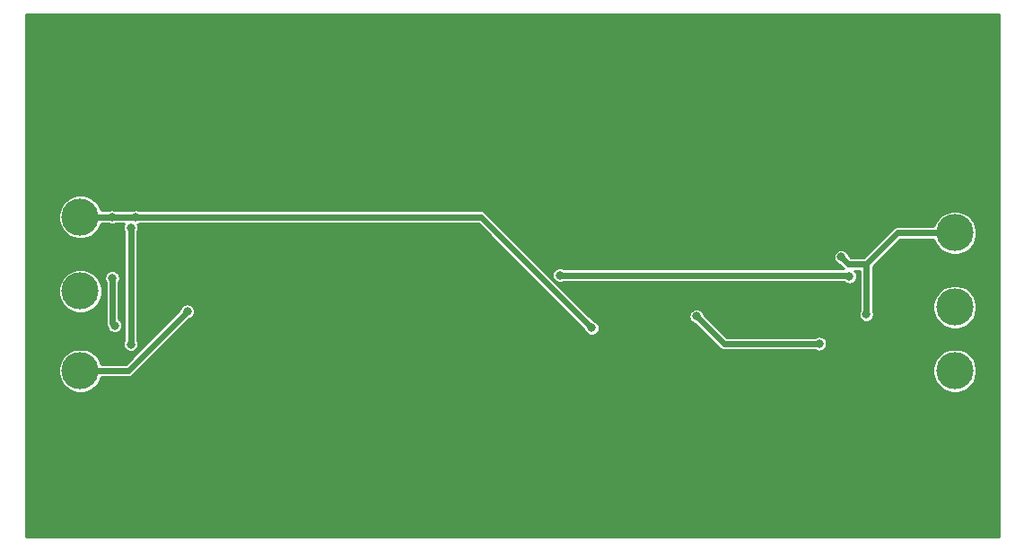
<source format=gbr>
%TF.GenerationSoftware,KiCad,Pcbnew,5.1.10*%
%TF.CreationDate,2021-08-04T12:07:05+02:00*%
%TF.ProjectId,smd-balanced-test,736d642d-6261-46c6-916e-6365642d7465,rev?*%
%TF.SameCoordinates,Original*%
%TF.FileFunction,Copper,L2,Bot*%
%TF.FilePolarity,Positive*%
%FSLAX46Y46*%
G04 Gerber Fmt 4.6, Leading zero omitted, Abs format (unit mm)*
G04 Created by KiCad (PCBNEW 5.1.10) date 2021-08-04 12:07:05*
%MOMM*%
%LPD*%
G01*
G04 APERTURE LIST*
%TA.AperFunction,ComponentPad*%
%ADD10C,3.500000*%
%TD*%
%TA.AperFunction,ViaPad*%
%ADD11C,0.800000*%
%TD*%
%TA.AperFunction,Conductor*%
%ADD12C,0.600000*%
%TD*%
%TA.AperFunction,Conductor*%
%ADD13C,0.254000*%
%TD*%
%TA.AperFunction,Conductor*%
%ADD14C,0.100000*%
%TD*%
G04 APERTURE END LIST*
D10*
%TO.P,J1,1*%
%TO.N,Net-(D2-Pad2)*%
X40500000Y-66500000D03*
%TD*%
%TO.P,J2,1*%
%TO.N,/2*%
X123000000Y-53500000D03*
%TD*%
%TO.P,J3,1*%
%TO.N,/3*%
X123000000Y-60500000D03*
%TD*%
%TO.P,J4,1*%
%TO.N,V-*%
X123000000Y-66500000D03*
%TD*%
%TO.P,J6,1*%
%TO.N,Earth*%
X40500000Y-38000000D03*
%TD*%
%TO.P,J7,1*%
%TO.N,Earth*%
X123000000Y-38000000D03*
%TD*%
%TO.P,J8,1*%
%TO.N,Earth*%
X123000000Y-78000000D03*
%TD*%
%TO.P,J9,1*%
%TO.N,Earth*%
X40500000Y-78000000D03*
%TD*%
%TO.P,J10,1*%
%TO.N,ind*%
X40500000Y-52000000D03*
%TD*%
%TO.P,J11,1*%
%TO.N,V-*%
X40500000Y-59000000D03*
%TD*%
D11*
%TO.N,/2*%
X112276500Y-55770700D03*
X114641000Y-61184000D03*
%TO.N,Net-(C7-Pad1)*%
X45250400Y-64000400D03*
X45250000Y-53000000D03*
%TO.N,Net-(D2-Pad2)*%
X50587100Y-60908900D03*
%TO.N,ind*%
X88750600Y-62472100D03*
X45750000Y-52000000D03*
X43500000Y-52000000D03*
X43500000Y-57750000D03*
X43750000Y-62250000D03*
%TO.N,Earth*%
X56750000Y-62750000D03*
X57250000Y-58250000D03*
X60250000Y-49500000D03*
X67500000Y-45250000D03*
X67500000Y-63750000D03*
X81000000Y-51750000D03*
X88000000Y-55750000D03*
X83250000Y-75500000D03*
X119500000Y-62250000D03*
X120750000Y-64750000D03*
X110750000Y-60000000D03*
X110250000Y-62750000D03*
X109750000Y-54500000D03*
X79750000Y-59500000D03*
X76750000Y-63750000D03*
X89500000Y-63750000D03*
X60500000Y-73250000D03*
X53500000Y-68750000D03*
X99000000Y-74500000D03*
%TO.N,Rout*%
X113044600Y-57601800D03*
X85726800Y-57495800D03*
%TO.N,Rout2*%
X110216400Y-63952100D03*
X98631300Y-61361200D03*
%TD*%
D12*
%TO.N,/2*%
X114641000Y-56433200D02*
X112939000Y-56433200D01*
X112939000Y-56433200D02*
X112276500Y-55770700D01*
X114641000Y-56433200D02*
X114641000Y-61184000D01*
X123000000Y-53500000D02*
X117574200Y-53500000D01*
X117574200Y-53500000D02*
X114641000Y-56433200D01*
%TO.N,Net-(C7-Pad1)*%
X45250400Y-64000400D02*
X45250000Y-53000000D01*
%TO.N,Net-(D2-Pad2)*%
X40500000Y-66500000D02*
X44996000Y-66500000D01*
X44996000Y-66500000D02*
X50587100Y-60908900D01*
%TO.N,ind*%
X88750600Y-62472100D02*
X78278500Y-52000000D01*
X78278500Y-52000000D02*
X43500000Y-52000000D01*
X43500000Y-52000000D02*
X40500000Y-52000000D01*
X43500000Y-57750000D02*
X43500000Y-62000000D01*
X43500000Y-62000000D02*
X43750000Y-62250000D01*
%TO.N,Earth*%
X40500000Y-38000000D02*
X38191400Y-40308600D01*
X38191400Y-40308600D02*
X38191400Y-75691400D01*
X38191400Y-75691400D02*
X40500000Y-78000000D01*
X123000000Y-78000000D02*
X125255900Y-75744100D01*
X125255900Y-75744100D02*
X125255900Y-40255900D01*
X125255900Y-40255900D02*
X123000000Y-38000000D01*
%TO.N,Rout*%
X113044600Y-57601800D02*
X112938600Y-57495800D01*
X112938600Y-57495800D02*
X85726800Y-57495800D01*
%TO.N,Rout2*%
X98631300Y-61361200D02*
X101222200Y-63952100D01*
X101222200Y-63952100D02*
X110216400Y-63952100D01*
%TD*%
D13*
%TO.N,Earth*%
X127148001Y-82148000D02*
X35352000Y-82148000D01*
X35352000Y-66295433D01*
X38423000Y-66295433D01*
X38423000Y-66704567D01*
X38502818Y-67105839D01*
X38659386Y-67483829D01*
X38886689Y-67824011D01*
X39175989Y-68113311D01*
X39516171Y-68340614D01*
X39894161Y-68497182D01*
X40295433Y-68577000D01*
X40704567Y-68577000D01*
X41105839Y-68497182D01*
X41483829Y-68340614D01*
X41824011Y-68113311D01*
X42113311Y-67824011D01*
X42340614Y-67483829D01*
X42488417Y-67127000D01*
X44965206Y-67127000D01*
X44996000Y-67130033D01*
X45026794Y-67127000D01*
X45118913Y-67117927D01*
X45237103Y-67082075D01*
X45346028Y-67023853D01*
X45441501Y-66945501D01*
X45461138Y-66921573D01*
X46087278Y-66295433D01*
X120923000Y-66295433D01*
X120923000Y-66704567D01*
X121002818Y-67105839D01*
X121159386Y-67483829D01*
X121386689Y-67824011D01*
X121675989Y-68113311D01*
X122016171Y-68340614D01*
X122394161Y-68497182D01*
X122795433Y-68577000D01*
X123204567Y-68577000D01*
X123605839Y-68497182D01*
X123983829Y-68340614D01*
X124324011Y-68113311D01*
X124613311Y-67824011D01*
X124840614Y-67483829D01*
X124997182Y-67105839D01*
X125077000Y-66704567D01*
X125077000Y-66295433D01*
X124997182Y-65894161D01*
X124840614Y-65516171D01*
X124613311Y-65175989D01*
X124324011Y-64886689D01*
X123983829Y-64659386D01*
X123605839Y-64502818D01*
X123204567Y-64423000D01*
X122795433Y-64423000D01*
X122394161Y-64502818D01*
X122016171Y-64659386D01*
X121675989Y-64886689D01*
X121386689Y-65175989D01*
X121159386Y-65516171D01*
X121002818Y-65894161D01*
X120923000Y-66295433D01*
X46087278Y-66295433D01*
X50768689Y-61614023D01*
X50799158Y-61607962D01*
X50931464Y-61553159D01*
X51050536Y-61473598D01*
X51151798Y-61372336D01*
X51231359Y-61253264D01*
X51286162Y-61120958D01*
X51314100Y-60980503D01*
X51314100Y-60837297D01*
X51286162Y-60696842D01*
X51231359Y-60564536D01*
X51151798Y-60445464D01*
X51050536Y-60344202D01*
X50931464Y-60264641D01*
X50799158Y-60209838D01*
X50658703Y-60181900D01*
X50515497Y-60181900D01*
X50375042Y-60209838D01*
X50242736Y-60264641D01*
X50123664Y-60344202D01*
X50022402Y-60445464D01*
X49942841Y-60564536D01*
X49888038Y-60696842D01*
X49881977Y-60727311D01*
X44736289Y-65873000D01*
X42488417Y-65873000D01*
X42340614Y-65516171D01*
X42113311Y-65175989D01*
X41824011Y-64886689D01*
X41483829Y-64659386D01*
X41105839Y-64502818D01*
X40704567Y-64423000D01*
X40295433Y-64423000D01*
X39894161Y-64502818D01*
X39516171Y-64659386D01*
X39175989Y-64886689D01*
X38886689Y-65175989D01*
X38659386Y-65516171D01*
X38502818Y-65894161D01*
X38423000Y-66295433D01*
X35352000Y-66295433D01*
X35352000Y-58795433D01*
X38423000Y-58795433D01*
X38423000Y-59204567D01*
X38502818Y-59605839D01*
X38659386Y-59983829D01*
X38886689Y-60324011D01*
X39175989Y-60613311D01*
X39516171Y-60840614D01*
X39894161Y-60997182D01*
X40295433Y-61077000D01*
X40704567Y-61077000D01*
X41105839Y-60997182D01*
X41483829Y-60840614D01*
X41824011Y-60613311D01*
X42113311Y-60324011D01*
X42340614Y-59983829D01*
X42497182Y-59605839D01*
X42577000Y-59204567D01*
X42577000Y-58795433D01*
X42497182Y-58394161D01*
X42340614Y-58016171D01*
X42114920Y-57678397D01*
X42773000Y-57678397D01*
X42773000Y-57821603D01*
X42800938Y-57962058D01*
X42855741Y-58094364D01*
X42873000Y-58120194D01*
X42873001Y-61969196D01*
X42869967Y-62000000D01*
X42882073Y-62122912D01*
X42914860Y-62230996D01*
X42917926Y-62241103D01*
X42976148Y-62350028D01*
X43045452Y-62434475D01*
X43050938Y-62462058D01*
X43105741Y-62594364D01*
X43185302Y-62713436D01*
X43286564Y-62814698D01*
X43405636Y-62894259D01*
X43537942Y-62949062D01*
X43678397Y-62977000D01*
X43821603Y-62977000D01*
X43962058Y-62949062D01*
X44094364Y-62894259D01*
X44213436Y-62814698D01*
X44314698Y-62713436D01*
X44394259Y-62594364D01*
X44449062Y-62462058D01*
X44477000Y-62321603D01*
X44477000Y-62178397D01*
X44449062Y-62037942D01*
X44394259Y-61905636D01*
X44314698Y-61786564D01*
X44213436Y-61685302D01*
X44127000Y-61627548D01*
X44127000Y-58120194D01*
X44144259Y-58094364D01*
X44199062Y-57962058D01*
X44227000Y-57821603D01*
X44227000Y-57678397D01*
X44199062Y-57537942D01*
X44144259Y-57405636D01*
X44064698Y-57286564D01*
X43963436Y-57185302D01*
X43844364Y-57105741D01*
X43712058Y-57050938D01*
X43571603Y-57023000D01*
X43428397Y-57023000D01*
X43287942Y-57050938D01*
X43155636Y-57105741D01*
X43036564Y-57185302D01*
X42935302Y-57286564D01*
X42855741Y-57405636D01*
X42800938Y-57537942D01*
X42773000Y-57678397D01*
X42114920Y-57678397D01*
X42113311Y-57675989D01*
X41824011Y-57386689D01*
X41483829Y-57159386D01*
X41105839Y-57002818D01*
X40704567Y-56923000D01*
X40295433Y-56923000D01*
X39894161Y-57002818D01*
X39516171Y-57159386D01*
X39175989Y-57386689D01*
X38886689Y-57675989D01*
X38659386Y-58016171D01*
X38502818Y-58394161D01*
X38423000Y-58795433D01*
X35352000Y-58795433D01*
X35352000Y-51795433D01*
X38423000Y-51795433D01*
X38423000Y-52204567D01*
X38502818Y-52605839D01*
X38659386Y-52983829D01*
X38886689Y-53324011D01*
X39175989Y-53613311D01*
X39516171Y-53840614D01*
X39894161Y-53997182D01*
X40295433Y-54077000D01*
X40704567Y-54077000D01*
X41105839Y-53997182D01*
X41483829Y-53840614D01*
X41824011Y-53613311D01*
X42113311Y-53324011D01*
X42340614Y-52983829D01*
X42488417Y-52627000D01*
X43129806Y-52627000D01*
X43155636Y-52644259D01*
X43287942Y-52699062D01*
X43428397Y-52727000D01*
X43571603Y-52727000D01*
X43712058Y-52699062D01*
X43844364Y-52644259D01*
X43870194Y-52627000D01*
X44624875Y-52627000D01*
X44605741Y-52655636D01*
X44550938Y-52787942D01*
X44523000Y-52928397D01*
X44523000Y-53071603D01*
X44550938Y-53212058D01*
X44605741Y-53344364D01*
X44623014Y-53370214D01*
X44623387Y-63630225D01*
X44606141Y-63656036D01*
X44551338Y-63788342D01*
X44523400Y-63928797D01*
X44523400Y-64072003D01*
X44551338Y-64212458D01*
X44606141Y-64344764D01*
X44685702Y-64463836D01*
X44786964Y-64565098D01*
X44906036Y-64644659D01*
X45038342Y-64699462D01*
X45178797Y-64727400D01*
X45322003Y-64727400D01*
X45462458Y-64699462D01*
X45594764Y-64644659D01*
X45713836Y-64565098D01*
X45815098Y-64463836D01*
X45894659Y-64344764D01*
X45949462Y-64212458D01*
X45977400Y-64072003D01*
X45977400Y-63928797D01*
X45949462Y-63788342D01*
X45894659Y-63656036D01*
X45877386Y-63630186D01*
X45877013Y-53370175D01*
X45894259Y-53344364D01*
X45949062Y-53212058D01*
X45977000Y-53071603D01*
X45977000Y-52928397D01*
X45949062Y-52787942D01*
X45916038Y-52708216D01*
X45962058Y-52699062D01*
X46094364Y-52644259D01*
X46120194Y-52627000D01*
X78018789Y-52627000D01*
X88045477Y-62653689D01*
X88051538Y-62684158D01*
X88106341Y-62816464D01*
X88185902Y-62935536D01*
X88287164Y-63036798D01*
X88406236Y-63116359D01*
X88538542Y-63171162D01*
X88678997Y-63199100D01*
X88822203Y-63199100D01*
X88962658Y-63171162D01*
X89094964Y-63116359D01*
X89214036Y-63036798D01*
X89315298Y-62935536D01*
X89394859Y-62816464D01*
X89449662Y-62684158D01*
X89477600Y-62543703D01*
X89477600Y-62400497D01*
X89449662Y-62260042D01*
X89394859Y-62127736D01*
X89315298Y-62008664D01*
X89214036Y-61907402D01*
X89094964Y-61827841D01*
X88962658Y-61773038D01*
X88932189Y-61766977D01*
X88454809Y-61289597D01*
X97904300Y-61289597D01*
X97904300Y-61432803D01*
X97932238Y-61573258D01*
X97987041Y-61705564D01*
X98066602Y-61824636D01*
X98167864Y-61925898D01*
X98286936Y-62005459D01*
X98419242Y-62060262D01*
X98449712Y-62066323D01*
X100757066Y-64373678D01*
X100776699Y-64397601D01*
X100872172Y-64475953D01*
X100981097Y-64534175D01*
X101083038Y-64565098D01*
X101099287Y-64570027D01*
X101222200Y-64582133D01*
X101252994Y-64579100D01*
X109846206Y-64579100D01*
X109872036Y-64596359D01*
X110004342Y-64651162D01*
X110144797Y-64679100D01*
X110288003Y-64679100D01*
X110428458Y-64651162D01*
X110560764Y-64596359D01*
X110679836Y-64516798D01*
X110781098Y-64415536D01*
X110860659Y-64296464D01*
X110915462Y-64164158D01*
X110943400Y-64023703D01*
X110943400Y-63880497D01*
X110915462Y-63740042D01*
X110860659Y-63607736D01*
X110781098Y-63488664D01*
X110679836Y-63387402D01*
X110560764Y-63307841D01*
X110428458Y-63253038D01*
X110288003Y-63225100D01*
X110144797Y-63225100D01*
X110004342Y-63253038D01*
X109872036Y-63307841D01*
X109846206Y-63325100D01*
X101481912Y-63325100D01*
X99336423Y-61179612D01*
X99330362Y-61149142D01*
X99275559Y-61016836D01*
X99195998Y-60897764D01*
X99094736Y-60796502D01*
X98975664Y-60716941D01*
X98843358Y-60662138D01*
X98702903Y-60634200D01*
X98559697Y-60634200D01*
X98419242Y-60662138D01*
X98286936Y-60716941D01*
X98167864Y-60796502D01*
X98066602Y-60897764D01*
X97987041Y-61016836D01*
X97932238Y-61149142D01*
X97904300Y-61289597D01*
X88454809Y-61289597D01*
X84589409Y-57424197D01*
X84999800Y-57424197D01*
X84999800Y-57567403D01*
X85027738Y-57707858D01*
X85082541Y-57840164D01*
X85162102Y-57959236D01*
X85263364Y-58060498D01*
X85382436Y-58140059D01*
X85514742Y-58194862D01*
X85655197Y-58222800D01*
X85798403Y-58222800D01*
X85938858Y-58194862D01*
X86071164Y-58140059D01*
X86096994Y-58122800D01*
X112537466Y-58122800D01*
X112581164Y-58166498D01*
X112700236Y-58246059D01*
X112832542Y-58300862D01*
X112972997Y-58328800D01*
X113116203Y-58328800D01*
X113256658Y-58300862D01*
X113388964Y-58246059D01*
X113508036Y-58166498D01*
X113609298Y-58065236D01*
X113688859Y-57946164D01*
X113743662Y-57813858D01*
X113771600Y-57673403D01*
X113771600Y-57530197D01*
X113743662Y-57389742D01*
X113688859Y-57257436D01*
X113609298Y-57138364D01*
X113531134Y-57060200D01*
X114014000Y-57060200D01*
X114014001Y-60813805D01*
X113996741Y-60839636D01*
X113941938Y-60971942D01*
X113914000Y-61112397D01*
X113914000Y-61255603D01*
X113941938Y-61396058D01*
X113996741Y-61528364D01*
X114076302Y-61647436D01*
X114177564Y-61748698D01*
X114296636Y-61828259D01*
X114428942Y-61883062D01*
X114569397Y-61911000D01*
X114712603Y-61911000D01*
X114853058Y-61883062D01*
X114985364Y-61828259D01*
X115104436Y-61748698D01*
X115205698Y-61647436D01*
X115285259Y-61528364D01*
X115340062Y-61396058D01*
X115368000Y-61255603D01*
X115368000Y-61112397D01*
X115340062Y-60971942D01*
X115285259Y-60839636D01*
X115268000Y-60813806D01*
X115268000Y-60295433D01*
X120923000Y-60295433D01*
X120923000Y-60704567D01*
X121002818Y-61105839D01*
X121159386Y-61483829D01*
X121386689Y-61824011D01*
X121675989Y-62113311D01*
X122016171Y-62340614D01*
X122394161Y-62497182D01*
X122795433Y-62577000D01*
X123204567Y-62577000D01*
X123605839Y-62497182D01*
X123983829Y-62340614D01*
X124324011Y-62113311D01*
X124613311Y-61824011D01*
X124840614Y-61483829D01*
X124997182Y-61105839D01*
X125077000Y-60704567D01*
X125077000Y-60295433D01*
X124997182Y-59894161D01*
X124840614Y-59516171D01*
X124613311Y-59175989D01*
X124324011Y-58886689D01*
X123983829Y-58659386D01*
X123605839Y-58502818D01*
X123204567Y-58423000D01*
X122795433Y-58423000D01*
X122394161Y-58502818D01*
X122016171Y-58659386D01*
X121675989Y-58886689D01*
X121386689Y-59175989D01*
X121159386Y-59516171D01*
X121002818Y-59894161D01*
X120923000Y-60295433D01*
X115268000Y-60295433D01*
X115268000Y-56692911D01*
X117833912Y-54127000D01*
X121011583Y-54127000D01*
X121159386Y-54483829D01*
X121386689Y-54824011D01*
X121675989Y-55113311D01*
X122016171Y-55340614D01*
X122394161Y-55497182D01*
X122795433Y-55577000D01*
X123204567Y-55577000D01*
X123605839Y-55497182D01*
X123983829Y-55340614D01*
X124324011Y-55113311D01*
X124613311Y-54824011D01*
X124840614Y-54483829D01*
X124997182Y-54105839D01*
X125077000Y-53704567D01*
X125077000Y-53295433D01*
X124997182Y-52894161D01*
X124840614Y-52516171D01*
X124613311Y-52175989D01*
X124324011Y-51886689D01*
X123983829Y-51659386D01*
X123605839Y-51502818D01*
X123204567Y-51423000D01*
X122795433Y-51423000D01*
X122394161Y-51502818D01*
X122016171Y-51659386D01*
X121675989Y-51886689D01*
X121386689Y-52175989D01*
X121159386Y-52516171D01*
X121011583Y-52873000D01*
X117604993Y-52873000D01*
X117574199Y-52869967D01*
X117451287Y-52882073D01*
X117333097Y-52917925D01*
X117224172Y-52976147D01*
X117128699Y-53054499D01*
X117109066Y-53078422D01*
X114381289Y-55806200D01*
X113198712Y-55806200D01*
X112981623Y-55589111D01*
X112975562Y-55558642D01*
X112920759Y-55426336D01*
X112841198Y-55307264D01*
X112739936Y-55206002D01*
X112620864Y-55126441D01*
X112488558Y-55071638D01*
X112348103Y-55043700D01*
X112204897Y-55043700D01*
X112064442Y-55071638D01*
X111932136Y-55126441D01*
X111813064Y-55206002D01*
X111711802Y-55307264D01*
X111632241Y-55426336D01*
X111577438Y-55558642D01*
X111549500Y-55699097D01*
X111549500Y-55842303D01*
X111577438Y-55982758D01*
X111632241Y-56115064D01*
X111711802Y-56234136D01*
X111813064Y-56335398D01*
X111932136Y-56414959D01*
X112064442Y-56469762D01*
X112094911Y-56475823D01*
X112473866Y-56854778D01*
X112485374Y-56868800D01*
X86096994Y-56868800D01*
X86071164Y-56851541D01*
X85938858Y-56796738D01*
X85798403Y-56768800D01*
X85655197Y-56768800D01*
X85514742Y-56796738D01*
X85382436Y-56851541D01*
X85263364Y-56931102D01*
X85162102Y-57032364D01*
X85082541Y-57151436D01*
X85027738Y-57283742D01*
X84999800Y-57424197D01*
X84589409Y-57424197D01*
X78743638Y-51578427D01*
X78724001Y-51554499D01*
X78628528Y-51476147D01*
X78519603Y-51417925D01*
X78401413Y-51382073D01*
X78309294Y-51373000D01*
X78278500Y-51369967D01*
X78247706Y-51373000D01*
X46120194Y-51373000D01*
X46094364Y-51355741D01*
X45962058Y-51300938D01*
X45821603Y-51273000D01*
X45678397Y-51273000D01*
X45537942Y-51300938D01*
X45405636Y-51355741D01*
X45379806Y-51373000D01*
X43870194Y-51373000D01*
X43844364Y-51355741D01*
X43712058Y-51300938D01*
X43571603Y-51273000D01*
X43428397Y-51273000D01*
X43287942Y-51300938D01*
X43155636Y-51355741D01*
X43129806Y-51373000D01*
X42488417Y-51373000D01*
X42340614Y-51016171D01*
X42113311Y-50675989D01*
X41824011Y-50386689D01*
X41483829Y-50159386D01*
X41105839Y-50002818D01*
X40704567Y-49923000D01*
X40295433Y-49923000D01*
X39894161Y-50002818D01*
X39516171Y-50159386D01*
X39175989Y-50386689D01*
X38886689Y-50675989D01*
X38659386Y-51016171D01*
X38502818Y-51394161D01*
X38423000Y-51795433D01*
X35352000Y-51795433D01*
X35352000Y-32852000D01*
X127148000Y-32852000D01*
X127148001Y-82148000D01*
%TA.AperFunction,Conductor*%
D14*
G36*
X127148001Y-82148000D02*
G01*
X35352000Y-82148000D01*
X35352000Y-66295433D01*
X38423000Y-66295433D01*
X38423000Y-66704567D01*
X38502818Y-67105839D01*
X38659386Y-67483829D01*
X38886689Y-67824011D01*
X39175989Y-68113311D01*
X39516171Y-68340614D01*
X39894161Y-68497182D01*
X40295433Y-68577000D01*
X40704567Y-68577000D01*
X41105839Y-68497182D01*
X41483829Y-68340614D01*
X41824011Y-68113311D01*
X42113311Y-67824011D01*
X42340614Y-67483829D01*
X42488417Y-67127000D01*
X44965206Y-67127000D01*
X44996000Y-67130033D01*
X45026794Y-67127000D01*
X45118913Y-67117927D01*
X45237103Y-67082075D01*
X45346028Y-67023853D01*
X45441501Y-66945501D01*
X45461138Y-66921573D01*
X46087278Y-66295433D01*
X120923000Y-66295433D01*
X120923000Y-66704567D01*
X121002818Y-67105839D01*
X121159386Y-67483829D01*
X121386689Y-67824011D01*
X121675989Y-68113311D01*
X122016171Y-68340614D01*
X122394161Y-68497182D01*
X122795433Y-68577000D01*
X123204567Y-68577000D01*
X123605839Y-68497182D01*
X123983829Y-68340614D01*
X124324011Y-68113311D01*
X124613311Y-67824011D01*
X124840614Y-67483829D01*
X124997182Y-67105839D01*
X125077000Y-66704567D01*
X125077000Y-66295433D01*
X124997182Y-65894161D01*
X124840614Y-65516171D01*
X124613311Y-65175989D01*
X124324011Y-64886689D01*
X123983829Y-64659386D01*
X123605839Y-64502818D01*
X123204567Y-64423000D01*
X122795433Y-64423000D01*
X122394161Y-64502818D01*
X122016171Y-64659386D01*
X121675989Y-64886689D01*
X121386689Y-65175989D01*
X121159386Y-65516171D01*
X121002818Y-65894161D01*
X120923000Y-66295433D01*
X46087278Y-66295433D01*
X50768689Y-61614023D01*
X50799158Y-61607962D01*
X50931464Y-61553159D01*
X51050536Y-61473598D01*
X51151798Y-61372336D01*
X51231359Y-61253264D01*
X51286162Y-61120958D01*
X51314100Y-60980503D01*
X51314100Y-60837297D01*
X51286162Y-60696842D01*
X51231359Y-60564536D01*
X51151798Y-60445464D01*
X51050536Y-60344202D01*
X50931464Y-60264641D01*
X50799158Y-60209838D01*
X50658703Y-60181900D01*
X50515497Y-60181900D01*
X50375042Y-60209838D01*
X50242736Y-60264641D01*
X50123664Y-60344202D01*
X50022402Y-60445464D01*
X49942841Y-60564536D01*
X49888038Y-60696842D01*
X49881977Y-60727311D01*
X44736289Y-65873000D01*
X42488417Y-65873000D01*
X42340614Y-65516171D01*
X42113311Y-65175989D01*
X41824011Y-64886689D01*
X41483829Y-64659386D01*
X41105839Y-64502818D01*
X40704567Y-64423000D01*
X40295433Y-64423000D01*
X39894161Y-64502818D01*
X39516171Y-64659386D01*
X39175989Y-64886689D01*
X38886689Y-65175989D01*
X38659386Y-65516171D01*
X38502818Y-65894161D01*
X38423000Y-66295433D01*
X35352000Y-66295433D01*
X35352000Y-58795433D01*
X38423000Y-58795433D01*
X38423000Y-59204567D01*
X38502818Y-59605839D01*
X38659386Y-59983829D01*
X38886689Y-60324011D01*
X39175989Y-60613311D01*
X39516171Y-60840614D01*
X39894161Y-60997182D01*
X40295433Y-61077000D01*
X40704567Y-61077000D01*
X41105839Y-60997182D01*
X41483829Y-60840614D01*
X41824011Y-60613311D01*
X42113311Y-60324011D01*
X42340614Y-59983829D01*
X42497182Y-59605839D01*
X42577000Y-59204567D01*
X42577000Y-58795433D01*
X42497182Y-58394161D01*
X42340614Y-58016171D01*
X42114920Y-57678397D01*
X42773000Y-57678397D01*
X42773000Y-57821603D01*
X42800938Y-57962058D01*
X42855741Y-58094364D01*
X42873000Y-58120194D01*
X42873001Y-61969196D01*
X42869967Y-62000000D01*
X42882073Y-62122912D01*
X42914860Y-62230996D01*
X42917926Y-62241103D01*
X42976148Y-62350028D01*
X43045452Y-62434475D01*
X43050938Y-62462058D01*
X43105741Y-62594364D01*
X43185302Y-62713436D01*
X43286564Y-62814698D01*
X43405636Y-62894259D01*
X43537942Y-62949062D01*
X43678397Y-62977000D01*
X43821603Y-62977000D01*
X43962058Y-62949062D01*
X44094364Y-62894259D01*
X44213436Y-62814698D01*
X44314698Y-62713436D01*
X44394259Y-62594364D01*
X44449062Y-62462058D01*
X44477000Y-62321603D01*
X44477000Y-62178397D01*
X44449062Y-62037942D01*
X44394259Y-61905636D01*
X44314698Y-61786564D01*
X44213436Y-61685302D01*
X44127000Y-61627548D01*
X44127000Y-58120194D01*
X44144259Y-58094364D01*
X44199062Y-57962058D01*
X44227000Y-57821603D01*
X44227000Y-57678397D01*
X44199062Y-57537942D01*
X44144259Y-57405636D01*
X44064698Y-57286564D01*
X43963436Y-57185302D01*
X43844364Y-57105741D01*
X43712058Y-57050938D01*
X43571603Y-57023000D01*
X43428397Y-57023000D01*
X43287942Y-57050938D01*
X43155636Y-57105741D01*
X43036564Y-57185302D01*
X42935302Y-57286564D01*
X42855741Y-57405636D01*
X42800938Y-57537942D01*
X42773000Y-57678397D01*
X42114920Y-57678397D01*
X42113311Y-57675989D01*
X41824011Y-57386689D01*
X41483829Y-57159386D01*
X41105839Y-57002818D01*
X40704567Y-56923000D01*
X40295433Y-56923000D01*
X39894161Y-57002818D01*
X39516171Y-57159386D01*
X39175989Y-57386689D01*
X38886689Y-57675989D01*
X38659386Y-58016171D01*
X38502818Y-58394161D01*
X38423000Y-58795433D01*
X35352000Y-58795433D01*
X35352000Y-51795433D01*
X38423000Y-51795433D01*
X38423000Y-52204567D01*
X38502818Y-52605839D01*
X38659386Y-52983829D01*
X38886689Y-53324011D01*
X39175989Y-53613311D01*
X39516171Y-53840614D01*
X39894161Y-53997182D01*
X40295433Y-54077000D01*
X40704567Y-54077000D01*
X41105839Y-53997182D01*
X41483829Y-53840614D01*
X41824011Y-53613311D01*
X42113311Y-53324011D01*
X42340614Y-52983829D01*
X42488417Y-52627000D01*
X43129806Y-52627000D01*
X43155636Y-52644259D01*
X43287942Y-52699062D01*
X43428397Y-52727000D01*
X43571603Y-52727000D01*
X43712058Y-52699062D01*
X43844364Y-52644259D01*
X43870194Y-52627000D01*
X44624875Y-52627000D01*
X44605741Y-52655636D01*
X44550938Y-52787942D01*
X44523000Y-52928397D01*
X44523000Y-53071603D01*
X44550938Y-53212058D01*
X44605741Y-53344364D01*
X44623014Y-53370214D01*
X44623387Y-63630225D01*
X44606141Y-63656036D01*
X44551338Y-63788342D01*
X44523400Y-63928797D01*
X44523400Y-64072003D01*
X44551338Y-64212458D01*
X44606141Y-64344764D01*
X44685702Y-64463836D01*
X44786964Y-64565098D01*
X44906036Y-64644659D01*
X45038342Y-64699462D01*
X45178797Y-64727400D01*
X45322003Y-64727400D01*
X45462458Y-64699462D01*
X45594764Y-64644659D01*
X45713836Y-64565098D01*
X45815098Y-64463836D01*
X45894659Y-64344764D01*
X45949462Y-64212458D01*
X45977400Y-64072003D01*
X45977400Y-63928797D01*
X45949462Y-63788342D01*
X45894659Y-63656036D01*
X45877386Y-63630186D01*
X45877013Y-53370175D01*
X45894259Y-53344364D01*
X45949062Y-53212058D01*
X45977000Y-53071603D01*
X45977000Y-52928397D01*
X45949062Y-52787942D01*
X45916038Y-52708216D01*
X45962058Y-52699062D01*
X46094364Y-52644259D01*
X46120194Y-52627000D01*
X78018789Y-52627000D01*
X88045477Y-62653689D01*
X88051538Y-62684158D01*
X88106341Y-62816464D01*
X88185902Y-62935536D01*
X88287164Y-63036798D01*
X88406236Y-63116359D01*
X88538542Y-63171162D01*
X88678997Y-63199100D01*
X88822203Y-63199100D01*
X88962658Y-63171162D01*
X89094964Y-63116359D01*
X89214036Y-63036798D01*
X89315298Y-62935536D01*
X89394859Y-62816464D01*
X89449662Y-62684158D01*
X89477600Y-62543703D01*
X89477600Y-62400497D01*
X89449662Y-62260042D01*
X89394859Y-62127736D01*
X89315298Y-62008664D01*
X89214036Y-61907402D01*
X89094964Y-61827841D01*
X88962658Y-61773038D01*
X88932189Y-61766977D01*
X88454809Y-61289597D01*
X97904300Y-61289597D01*
X97904300Y-61432803D01*
X97932238Y-61573258D01*
X97987041Y-61705564D01*
X98066602Y-61824636D01*
X98167864Y-61925898D01*
X98286936Y-62005459D01*
X98419242Y-62060262D01*
X98449712Y-62066323D01*
X100757066Y-64373678D01*
X100776699Y-64397601D01*
X100872172Y-64475953D01*
X100981097Y-64534175D01*
X101083038Y-64565098D01*
X101099287Y-64570027D01*
X101222200Y-64582133D01*
X101252994Y-64579100D01*
X109846206Y-64579100D01*
X109872036Y-64596359D01*
X110004342Y-64651162D01*
X110144797Y-64679100D01*
X110288003Y-64679100D01*
X110428458Y-64651162D01*
X110560764Y-64596359D01*
X110679836Y-64516798D01*
X110781098Y-64415536D01*
X110860659Y-64296464D01*
X110915462Y-64164158D01*
X110943400Y-64023703D01*
X110943400Y-63880497D01*
X110915462Y-63740042D01*
X110860659Y-63607736D01*
X110781098Y-63488664D01*
X110679836Y-63387402D01*
X110560764Y-63307841D01*
X110428458Y-63253038D01*
X110288003Y-63225100D01*
X110144797Y-63225100D01*
X110004342Y-63253038D01*
X109872036Y-63307841D01*
X109846206Y-63325100D01*
X101481912Y-63325100D01*
X99336423Y-61179612D01*
X99330362Y-61149142D01*
X99275559Y-61016836D01*
X99195998Y-60897764D01*
X99094736Y-60796502D01*
X98975664Y-60716941D01*
X98843358Y-60662138D01*
X98702903Y-60634200D01*
X98559697Y-60634200D01*
X98419242Y-60662138D01*
X98286936Y-60716941D01*
X98167864Y-60796502D01*
X98066602Y-60897764D01*
X97987041Y-61016836D01*
X97932238Y-61149142D01*
X97904300Y-61289597D01*
X88454809Y-61289597D01*
X84589409Y-57424197D01*
X84999800Y-57424197D01*
X84999800Y-57567403D01*
X85027738Y-57707858D01*
X85082541Y-57840164D01*
X85162102Y-57959236D01*
X85263364Y-58060498D01*
X85382436Y-58140059D01*
X85514742Y-58194862D01*
X85655197Y-58222800D01*
X85798403Y-58222800D01*
X85938858Y-58194862D01*
X86071164Y-58140059D01*
X86096994Y-58122800D01*
X112537466Y-58122800D01*
X112581164Y-58166498D01*
X112700236Y-58246059D01*
X112832542Y-58300862D01*
X112972997Y-58328800D01*
X113116203Y-58328800D01*
X113256658Y-58300862D01*
X113388964Y-58246059D01*
X113508036Y-58166498D01*
X113609298Y-58065236D01*
X113688859Y-57946164D01*
X113743662Y-57813858D01*
X113771600Y-57673403D01*
X113771600Y-57530197D01*
X113743662Y-57389742D01*
X113688859Y-57257436D01*
X113609298Y-57138364D01*
X113531134Y-57060200D01*
X114014000Y-57060200D01*
X114014001Y-60813805D01*
X113996741Y-60839636D01*
X113941938Y-60971942D01*
X113914000Y-61112397D01*
X113914000Y-61255603D01*
X113941938Y-61396058D01*
X113996741Y-61528364D01*
X114076302Y-61647436D01*
X114177564Y-61748698D01*
X114296636Y-61828259D01*
X114428942Y-61883062D01*
X114569397Y-61911000D01*
X114712603Y-61911000D01*
X114853058Y-61883062D01*
X114985364Y-61828259D01*
X115104436Y-61748698D01*
X115205698Y-61647436D01*
X115285259Y-61528364D01*
X115340062Y-61396058D01*
X115368000Y-61255603D01*
X115368000Y-61112397D01*
X115340062Y-60971942D01*
X115285259Y-60839636D01*
X115268000Y-60813806D01*
X115268000Y-60295433D01*
X120923000Y-60295433D01*
X120923000Y-60704567D01*
X121002818Y-61105839D01*
X121159386Y-61483829D01*
X121386689Y-61824011D01*
X121675989Y-62113311D01*
X122016171Y-62340614D01*
X122394161Y-62497182D01*
X122795433Y-62577000D01*
X123204567Y-62577000D01*
X123605839Y-62497182D01*
X123983829Y-62340614D01*
X124324011Y-62113311D01*
X124613311Y-61824011D01*
X124840614Y-61483829D01*
X124997182Y-61105839D01*
X125077000Y-60704567D01*
X125077000Y-60295433D01*
X124997182Y-59894161D01*
X124840614Y-59516171D01*
X124613311Y-59175989D01*
X124324011Y-58886689D01*
X123983829Y-58659386D01*
X123605839Y-58502818D01*
X123204567Y-58423000D01*
X122795433Y-58423000D01*
X122394161Y-58502818D01*
X122016171Y-58659386D01*
X121675989Y-58886689D01*
X121386689Y-59175989D01*
X121159386Y-59516171D01*
X121002818Y-59894161D01*
X120923000Y-60295433D01*
X115268000Y-60295433D01*
X115268000Y-56692911D01*
X117833912Y-54127000D01*
X121011583Y-54127000D01*
X121159386Y-54483829D01*
X121386689Y-54824011D01*
X121675989Y-55113311D01*
X122016171Y-55340614D01*
X122394161Y-55497182D01*
X122795433Y-55577000D01*
X123204567Y-55577000D01*
X123605839Y-55497182D01*
X123983829Y-55340614D01*
X124324011Y-55113311D01*
X124613311Y-54824011D01*
X124840614Y-54483829D01*
X124997182Y-54105839D01*
X125077000Y-53704567D01*
X125077000Y-53295433D01*
X124997182Y-52894161D01*
X124840614Y-52516171D01*
X124613311Y-52175989D01*
X124324011Y-51886689D01*
X123983829Y-51659386D01*
X123605839Y-51502818D01*
X123204567Y-51423000D01*
X122795433Y-51423000D01*
X122394161Y-51502818D01*
X122016171Y-51659386D01*
X121675989Y-51886689D01*
X121386689Y-52175989D01*
X121159386Y-52516171D01*
X121011583Y-52873000D01*
X117604993Y-52873000D01*
X117574199Y-52869967D01*
X117451287Y-52882073D01*
X117333097Y-52917925D01*
X117224172Y-52976147D01*
X117128699Y-53054499D01*
X117109066Y-53078422D01*
X114381289Y-55806200D01*
X113198712Y-55806200D01*
X112981623Y-55589111D01*
X112975562Y-55558642D01*
X112920759Y-55426336D01*
X112841198Y-55307264D01*
X112739936Y-55206002D01*
X112620864Y-55126441D01*
X112488558Y-55071638D01*
X112348103Y-55043700D01*
X112204897Y-55043700D01*
X112064442Y-55071638D01*
X111932136Y-55126441D01*
X111813064Y-55206002D01*
X111711802Y-55307264D01*
X111632241Y-55426336D01*
X111577438Y-55558642D01*
X111549500Y-55699097D01*
X111549500Y-55842303D01*
X111577438Y-55982758D01*
X111632241Y-56115064D01*
X111711802Y-56234136D01*
X111813064Y-56335398D01*
X111932136Y-56414959D01*
X112064442Y-56469762D01*
X112094911Y-56475823D01*
X112473866Y-56854778D01*
X112485374Y-56868800D01*
X86096994Y-56868800D01*
X86071164Y-56851541D01*
X85938858Y-56796738D01*
X85798403Y-56768800D01*
X85655197Y-56768800D01*
X85514742Y-56796738D01*
X85382436Y-56851541D01*
X85263364Y-56931102D01*
X85162102Y-57032364D01*
X85082541Y-57151436D01*
X85027738Y-57283742D01*
X84999800Y-57424197D01*
X84589409Y-57424197D01*
X78743638Y-51578427D01*
X78724001Y-51554499D01*
X78628528Y-51476147D01*
X78519603Y-51417925D01*
X78401413Y-51382073D01*
X78309294Y-51373000D01*
X78278500Y-51369967D01*
X78247706Y-51373000D01*
X46120194Y-51373000D01*
X46094364Y-51355741D01*
X45962058Y-51300938D01*
X45821603Y-51273000D01*
X45678397Y-51273000D01*
X45537942Y-51300938D01*
X45405636Y-51355741D01*
X45379806Y-51373000D01*
X43870194Y-51373000D01*
X43844364Y-51355741D01*
X43712058Y-51300938D01*
X43571603Y-51273000D01*
X43428397Y-51273000D01*
X43287942Y-51300938D01*
X43155636Y-51355741D01*
X43129806Y-51373000D01*
X42488417Y-51373000D01*
X42340614Y-51016171D01*
X42113311Y-50675989D01*
X41824011Y-50386689D01*
X41483829Y-50159386D01*
X41105839Y-50002818D01*
X40704567Y-49923000D01*
X40295433Y-49923000D01*
X39894161Y-50002818D01*
X39516171Y-50159386D01*
X39175989Y-50386689D01*
X38886689Y-50675989D01*
X38659386Y-51016171D01*
X38502818Y-51394161D01*
X38423000Y-51795433D01*
X35352000Y-51795433D01*
X35352000Y-32852000D01*
X127148000Y-32852000D01*
X127148001Y-82148000D01*
G37*
%TD.AperFunction*%
%TD*%
M02*

</source>
